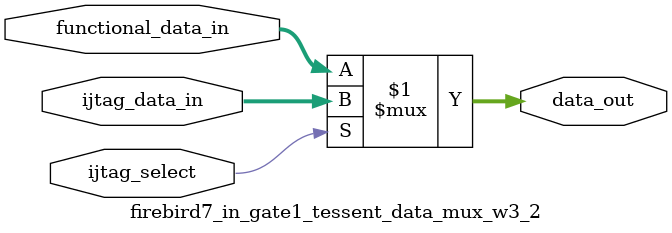
<source format=sv>

module firebird7_in_gate1_tessent_data_mux_w3_2 (
  input wire ijtag_select,
  input wire [2:0]  functional_data_in,
  input wire [2:0]  ijtag_data_in,
  output wire [2:0] data_out
);
assign data_out = (ijtag_select) ? ijtag_data_in : functional_data_in;
endmodule

</source>
